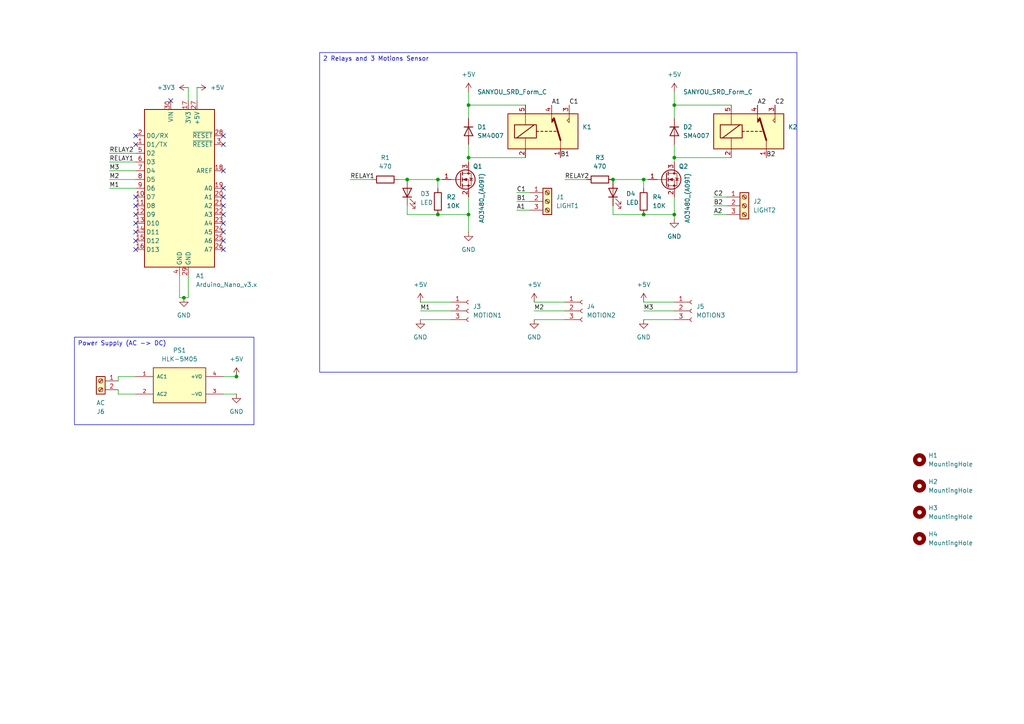
<source format=kicad_sch>
(kicad_sch (version 20231120) (generator "eeschema") (generator_version "8.0")
  (paper "A4")
  (lib_symbols
    (symbol "Connector:Conn_01x03_Socket" (pin_names (offset 1.016) hide)
      (property "Reference" "J" (at 0 5.08 0))
      (property "Value" "Conn_01x03_Socket" (at 0 -5.08 0))
      (symbol "Conn_01x03_Socket_1_1"
        (arc (start 0 -2.032) (mid -0.5058 -2.54) (end 0 -3.048) (stroke (width 0.1524)))
        (polyline (pts (xy -1.27 -2.54) (xy -0.508 -2.54)) (stroke (width 0.1524)))
        (polyline (pts (xy -1.27 0) (xy -0.508 0)) (stroke (width 0.1524)))
        (polyline (pts (xy -1.27 2.54) (xy -0.508 2.54)) (stroke (width 0.1524)))
        (arc (start 0 0.508) (mid -0.5058 0) (end 0 -0.508) (stroke (width 0.1524)))
        (arc (start 0 3.048) (mid -0.5058 2.54) (end 0 2.032) (stroke (width 0.1524)))
        (pin passive line (at -5.08 2.54 0) (length 3.81) (name "Pin_1") (number "1"))
        (pin passive line (at -5.08 0 0) (length 3.81) (name "Pin_2") (number "2"))
        (pin passive line (at -5.08 -2.54 0) (length 3.81) (name "Pin_3") (number "3"))
      )
    )
    (symbol "Connector:Screw_Terminal_01x02" (pin_names (offset 1.016) hide)
      (property "Reference" "J" (at 0 2.54 0))
      (property "Value" "Screw_Terminal_01x02" (at 0 -5.08 0))
      (symbol "Screw_Terminal_01x02_1_1"
        (rectangle (start -1.27 1.27) (end 1.27 -3.81) (stroke (width 0.254)) (fill (type background)))
        (circle (center 0 -2.54) (radius 0.635) (stroke (width 0.1524)))
        (polyline (pts (xy -0.5334 -2.2098) (xy 0.3302 -3.048)) (stroke (width 0.1524)))
        (polyline (pts (xy -0.5334 0.3302) (xy 0.3302 -0.508)) (stroke (width 0.1524)))
        (polyline (pts (xy -0.3556 -2.032) (xy 0.508 -2.8702)) (stroke (width 0.1524)))
        (polyline (pts (xy -0.3556 0.508) (xy 0.508 -0.3302)) (stroke (width 0.1524)))
        (circle (center 0 0) (radius 0.635) (stroke (width 0.1524)))
        (pin passive line (at -5.08 0 0) (length 3.81) (name "Pin_1") (number "1"))
        (pin passive line (at -5.08 -2.54 0) (length 3.81) (name "Pin_2") (number "2"))
      )
    )
    (symbol "Connector:Screw_Terminal_01x03" (pin_names (offset 1.016) hide)
      (property "Reference" "J" (at 0 5.08 0))
      (property "Value" "Screw_Terminal_01x03" (at 0 -5.08 0))
      (symbol "Screw_Terminal_01x03_1_1"
        (rectangle (start -1.27 3.81) (end 1.27 -3.81) (stroke (width 0.254)) (fill (type background)))
        (circle (center 0 -2.54) (radius 0.635) (stroke (width 0.1524)))
        (polyline (pts (xy -0.5334 -2.2098) (xy 0.3302 -3.048)) (stroke (width 0.1524)))
        (polyline (pts (xy -0.5334 0.3302) (xy 0.3302 -0.508)) (stroke (width 0.1524)))
        (polyline (pts (xy -0.5334 2.8702) (xy 0.3302 2.032)) (stroke (width 0.1524)))
        (polyline (pts (xy -0.3556 -2.032) (xy 0.508 -2.8702)) (stroke (width 0.1524)))
        (polyline (pts (xy -0.3556 0.508) (xy 0.508 -0.3302)) (stroke (width 0.1524)))
        (polyline (pts (xy -0.3556 3.048) (xy 0.508 2.2098)) (stroke (width 0.1524)))
        (circle (center 0 0) (radius 0.635) (stroke (width 0.1524)))
        (circle (center 0 2.54) (radius 0.635) (stroke (width 0.1524)))
        (pin passive line (at -5.08 2.54 0) (length 3.81) (name "Pin_1") (number "1"))
        (pin passive line (at -5.08 0 0) (length 3.81) (name "Pin_2") (number "2"))
        (pin passive line (at -5.08 -2.54 0) (length 3.81) (name "Pin_3") (number "3"))
      )
    )
    (symbol "Device:D" (pin_numbers hide) (pin_names (offset 1.016) hide)
      (property "Reference" "D" (at 0 2.54 0))
      (property "Value" "D" (at 0 -2.54 0))
      (symbol "D_0_1"
        (polyline (pts (xy -1.27 1.27) (xy -1.27 -1.27)) (stroke (width 0.254)))
        (polyline (pts (xy 1.27 0) (xy -1.27 0)))
        (polyline (pts (xy 1.27 1.27) (xy 1.27 -1.27) (xy -1.27 0) (xy 1.27 1.27)) (stroke (width 0.254)))
      )
      (symbol "D_1_1"
        (pin passive line (at -3.81 0 0) (length 2.54) (name "K") (number "1"))
        (pin passive line (at 3.81 0 180) (length 2.54) (name "A") (number "2"))
      )
    )
    (symbol "Device:LED" (pin_numbers hide) (pin_names (offset 1.016) hide)
      (property "Reference" "D" (at 0 2.54 0))
      (property "Value" "LED" (at 0 -2.54 0))
      (symbol "LED_0_1"
        (polyline (pts (xy -1.27 -1.27) (xy -1.27 1.27)) (stroke (width 0.254)))
        (polyline (pts (xy -1.27 0) (xy 1.27 0)))
        (polyline (pts (xy 1.27 -1.27) (xy 1.27 1.27) (xy -1.27 0) (xy 1.27 -1.27)) (stroke (width 0.254)))
        (polyline (pts (xy -3.048 -0.762) (xy -4.572 -2.286) (xy -3.81 -2.286) (xy -4.572 -2.286) (xy -4.572 -1.524)))
        (polyline (pts (xy -1.778 -0.762) (xy -3.302 -2.286) (xy -2.54 -2.286) (xy -3.302 -2.286) (xy -3.302 -1.524)))
      )
      (symbol "LED_1_1"
        (pin passive line (at -3.81 0 0) (length 2.54) (name "K") (number "1"))
        (pin passive line (at 3.81 0 180) (length 2.54) (name "A") (number "2"))
      )
    )
    (symbol "Device:R" (pin_numbers hide) (pin_names (offset 0))
      (property "Reference" "R" (at 2.032 0 90))
      (property "Value" "R" (at 0 0 90))
      (symbol "R_0_1"
        (rectangle (start -1.016 -2.54) (end 1.016 2.54) (stroke (width 0.254)))
      )
      (symbol "R_1_1"
        (pin passive line (at 0 3.81 270) (length 1.27) (name "~") (number "1"))
        (pin passive line (at 0 -3.81 90) (length 1.27) (name "~") (number "2"))
      )
    )
    (symbol "GND_2" (power) (pin_numbers hide) (pin_names (offset 0) hide)
      (property "Value" "GND" (at 0 -3.81 0))
      (symbol "GND_2_0_1"
        (polyline (pts (xy 0 0) (xy 0 -1.27) (xy 1.27 -1.27) (xy 0 -2.54) (xy -1.27 -1.27) (xy 0 -1.27)))
      )
      (symbol "GND_2_1_1"
        (pin power_in line (at 0 0 270) (length 0) (name "~") (number "1"))
      )
    )
    (symbol "HLK-5M05:HLK-5M05" (pin_names (offset 1.016))
      (property "Reference" "PS" (at -7.62 6.35 0))
      (property "Value" "HLK-5M05" (at -7.62 -7.62 0))
      (symbol "HLK-5M05_0_0"
        (rectangle (start -7.62 -5.08) (end 7.62 5.08) (stroke (width 0.2)) (fill (type background)))
        (pin input line (at -12.7 2.54 0) (length 5.08) (name "AC1") (number "1"))
        (pin input line (at -12.7 -2.54 0) (length 5.08) (name "AC2") (number "2"))
        (pin output line (at 12.7 -2.54 180) (length 5.08) (name "-VO") (number "3"))
        (pin output line (at 12.7 2.54 180) (length 5.08) (name "+VO") (number "4"))
      )
    )
    (symbol "MCU_Module:Arduino_Nano_v3.x"
      (property "Reference" "A" (at -10.16 23.495 0))
      (property "Value" "Arduino_Nano_v3.x" (at 5.08 -24.13 0))
      (symbol "Arduino_Nano_v3.x_0_1"
        (rectangle (start -10.16 22.86) (end 10.16 -22.86) (stroke (width 0.254)) (fill (type background)))
      )
      (symbol "Arduino_Nano_v3.x_1_1"
        (pin bidirectional line (at -12.7 12.7 0) (length 2.54) (name "D1/TX") (number "1"))
        (pin bidirectional line (at -12.7 -2.54 0) (length 2.54) (name "D7") (number "10"))
        (pin bidirectional line (at -12.7 -5.08 0) (length 2.54) (name "D8") (number "11"))
        (pin bidirectional line (at -12.7 -7.62 0) (length 2.54) (name "D9") (number "12"))
        (pin bidirectional line (at -12.7 -10.16 0) (length 2.54) (name "D10") (number "13"))
        (pin bidirectional line (at -12.7 -12.7 0) (length 2.54) (name "D11") (number "14"))
        (pin bidirectional line (at -12.7 -15.24 0) (length 2.54) (name "D12") (number "15"))
        (pin bidirectional line (at -12.7 -17.78 0) (length 2.54) (name "D13") (number "16"))
        (pin power_out line (at 2.54 25.4 270) (length 2.54) (name "3V3") (number "17"))
        (pin input line (at 12.7 5.08 180) (length 2.54) (name "AREF") (number "18"))
        (pin bidirectional line (at 12.7 0 180) (length 2.54) (name "A0") (number "19"))
        (pin bidirectional line (at -12.7 15.24 0) (length 2.54) (name "D0/RX") (number "2"))
        (pin bidirectional line (at 12.7 -2.54 180) (length 2.54) (name "A1") (number "20"))
        (pin bidirectional line (at 12.7 -5.08 180) (length 2.54) (name "A2") (number "21"))
        (pin bidirectional line (at 12.7 -7.62 180) (length 2.54) (name "A3") (number "22"))
        (pin bidirectional line (at 12.7 -10.16 180) (length 2.54) (name "A4") (number "23"))
        (pin bidirectional line (at 12.7 -12.7 180) (length 2.54) (name "A5") (number "24"))
        (pin bidirectional line (at 12.7 -15.24 180) (length 2.54) (name "A6") (number "25"))
        (pin bidirectional line (at 12.7 -17.78 180) (length 2.54) (name "A7") (number "26"))
        (pin power_out line (at 5.08 25.4 270) (length 2.54) (name "+5V") (number "27"))
        (pin input line (at 12.7 15.24 180) (length 2.54) (name "~{RESET}") (number "28"))
        (pin power_in line (at 2.54 -25.4 90) (length 2.54) (name "GND") (number "29"))
        (pin input line (at 12.7 12.7 180) (length 2.54) (name "~{RESET}") (number "3"))
        (pin power_in line (at -2.54 25.4 270) (length 2.54) (name "VIN") (number "30"))
        (pin power_in line (at 0 -25.4 90) (length 2.54) (name "GND") (number "4"))
        (pin bidirectional line (at -12.7 10.16 0) (length 2.54) (name "D2") (number "5"))
        (pin bidirectional line (at -12.7 7.62 0) (length 2.54) (name "D3") (number "6"))
        (pin bidirectional line (at -12.7 5.08 0) (length 2.54) (name "D4") (number "7"))
        (pin bidirectional line (at -12.7 2.54 0) (length 2.54) (name "D5") (number "8"))
        (pin bidirectional line (at -12.7 0 0) (length 2.54) (name "D6") (number "9"))
      )
    )
    (symbol "Mechanical:MountingHole" (pin_names (offset 1.016)) (exclude_from_sim yes) (in_bom no)
      (property "Reference" "H" (at 0 5.08 0))
      (property "Value" "MountingHole" (at 0 3.175 0))
      (symbol "MountingHole_0_1"
        (circle (center 0 0) (radius 1.27) (stroke (width 1.27)))
      )
    )
    (symbol "Relay:SANYOU_SRD_Form_C"
      (property "Reference" "K" (at 11.43 3.81 0))
      (property "Value" "SANYOU_SRD_Form_C" (at 11.43 1.27 0))
      (symbol "SANYOU_SRD_Form_C_0_0"
        (polyline (pts (xy 7.62 5.08) (xy 7.62 2.54) (xy 6.985 3.175) (xy 7.62 3.81)))
      )
      (symbol "SANYOU_SRD_Form_C_0_1"
        (rectangle (start -10.16 5.08) (end 10.16 -5.08) (stroke (width 0.254)) (fill (type background)))
        (rectangle (start -8.255 1.905) (end -1.905 -1.905) (stroke (width 0.254)))
        (polyline (pts (xy -7.62 -1.905) (xy -2.54 1.905)) (stroke (width 0.254)))
        (polyline (pts (xy -5.08 -5.08) (xy -5.08 -1.905)))
        (polyline (pts (xy -5.08 5.08) (xy -5.08 1.905)))
        (polyline (pts (xy -1.905 0) (xy -1.27 0)) (stroke (width 0.254)))
        (polyline (pts (xy -0.635 0) (xy 0 0)) (stroke (width 0.254)))
        (polyline (pts (xy 0.635 0) (xy 1.27 0)) (stroke (width 0.254)))
        (polyline (pts (xy 1.905 0) (xy 2.54 0)) (stroke (width 0.254)))
        (polyline (pts (xy 3.175 0) (xy 3.81 0)) (stroke (width 0.254)))
        (polyline (pts (xy 5.08 -2.54) (xy 3.175 3.81)) (stroke (width 0.508)))
        (polyline (pts (xy 5.08 -2.54) (xy 5.08 -5.08)))
      )
      (symbol "SANYOU_SRD_Form_C_1_1"
        (polyline (pts (xy 2.54 3.81) (xy 3.175 3.175) (xy 2.54 2.54) (xy 2.54 5.08)) (fill (type outline)))
        (pin passive line (at 5.08 -7.62 90) (length 2.54) (name "~") (number "1"))
        (pin passive line (at -5.08 -7.62 90) (length 2.54) (name "~") (number "2"))
        (pin passive line (at 7.62 7.62 270) (length 2.54) (name "~") (number "3"))
        (pin passive line (at 2.54 7.62 270) (length 2.54) (name "~") (number "4"))
        (pin passive line (at -5.08 7.62 270) (length 2.54) (name "~") (number "5"))
      )
    )
    (symbol "Transistor_FET:AO3400A" (pin_names hide)
      (property "Reference" "Q" (at 5.08 1.905 0))
      (property "Value" "AO3400A" (at 5.08 0 0))
      (symbol "AO3400A_0_1"
        (polyline (pts (xy 0.254 0) (xy -2.54 0)))
        (polyline (pts (xy 0.254 1.905) (xy 0.254 -1.905)) (stroke (width 0.254)))
        (polyline (pts (xy 0.762 -1.27) (xy 0.762 -2.286)) (stroke (width 0.254)))
        (polyline (pts (xy 0.762 0.508) (xy 0.762 -0.508)) (stroke (width 0.254)))
        (polyline (pts (xy 0.762 2.286) (xy 0.762 1.27)) (stroke (width 0.254)))
        (polyline (pts (xy 2.54 2.54) (xy 2.54 1.778)))
        (polyline (pts (xy 2.54 -2.54) (xy 2.54 0) (xy 0.762 0)))
        (polyline (pts (xy 0.762 -1.778) (xy 3.302 -1.778) (xy 3.302 1.778) (xy 0.762 1.778)))
        (polyline (pts (xy 1.016 0) (xy 2.032 0.381) (xy 2.032 -0.381) (xy 1.016 0)) (fill (type outline)))
        (polyline (pts (xy 2.794 0.508) (xy 2.921 0.381) (xy 3.683 0.381) (xy 3.81 0.254)))
        (polyline (pts (xy 3.302 0.381) (xy 2.921 -0.254) (xy 3.683 -0.254) (xy 3.302 0.381)))
        (circle (center 1.651 0) (radius 2.794) (stroke (width 0.254)))
        (circle (center 2.54 -1.778) (radius 0.254) (fill (type outline)))
        (circle (center 2.54 1.778) (radius 0.254) (fill (type outline)))
      )
      (symbol "AO3400A_1_1"
        (pin input line (at -5.08 0 0) (length 2.54) (name "G") (number "1"))
        (pin passive line (at 2.54 -5.08 90) (length 2.54) (name "S") (number "2"))
        (pin passive line (at 2.54 5.08 270) (length 2.54) (name "D") (number "3"))
      )
    )
    (symbol "power:+3V3" (power) (pin_numbers hide) (pin_names (offset 0) hide)
      (property "Value" "+3V3" (at 0 3.556 0))
      (symbol "+3V3_0_1"
        (polyline (pts (xy -0.762 1.27) (xy 0 2.54)))
        (polyline (pts (xy 0 0) (xy 0 2.54)))
        (polyline (pts (xy 0 2.54) (xy 0.762 1.27)))
      )
      (symbol "+3V3_1_1"
        (pin power_in line (at 0 0 90) (length 0) (name "~") (number "1"))
      )
    )
    (symbol "power:+5V" (power) (pin_numbers hide) (pin_names (offset 0) hide)
      (property "Value" "+5V" (at 0 3.556 0))
      (symbol "+5V_0_1"
        (polyline (pts (xy -0.762 1.27) (xy 0 2.54)))
        (polyline (pts (xy 0 0) (xy 0 2.54)))
        (polyline (pts (xy 0 2.54) (xy 0.762 1.27)))
      )
      (symbol "+5V_1_1"
        (pin power_in line (at 0 0 90) (length 0) (name "~") (number "1"))
      )
    )
    (symbol "power:GND" (power) (pin_numbers hide) (pin_names (offset 0) hide)
      (property "Value" "GND" (at 0 -3.81 0))
      (symbol "GND_0_1"
        (polyline (pts (xy 0 0) (xy 0 -1.27) (xy 1.27 -1.27) (xy 0 -2.54) (xy -1.27 -1.27) (xy 0 -1.27)))
      )
      (symbol "GND_1_1"
        (pin power_in line (at 0 0 270) (length 0) (name "~") (number "1"))
      )
    )
  )
  (junction (at 135.89 45.72))
  (junction (at 135.89 62.23))
  (junction (at 135.89 30.48))
  (junction (at 127 62.23))
  (junction (at 186.69 52.07))
  (junction (at 53.34 86.36))
  (junction (at 127 52.07))
  (junction (at 118.11 52.07))
  (junction (at 186.69 62.23))
  (junction (at 177.8 52.07))
  (junction (at 68.58 109.22))
  (junction (at 195.58 45.72))
  (junction (at 195.58 30.48))
  (junction (at 195.58 62.23))
  (no_connect (at 39.37 41.91))
  (no_connect (at 64.77 72.39))
  (no_connect (at 39.37 67.31))
  (no_connect (at 39.37 39.37))
  (no_connect (at 64.77 54.61))
  (no_connect (at 39.37 57.15))
  (no_connect (at 64.77 49.53))
  (no_connect (at 39.37 59.69))
  (no_connect (at 39.37 64.77))
  (no_connect (at 64.77 41.91))
  (no_connect (at 39.37 62.23))
  (no_connect (at 64.77 67.31))
  (no_connect (at 49.53 29.21))
  (no_connect (at 64.77 62.23))
  (no_connect (at 64.77 39.37))
  (no_connect (at 64.77 64.77))
  (no_connect (at 39.37 69.85))
  (no_connect (at 64.77 57.15))
  (no_connect (at 64.77 59.69))
  (no_connect (at 39.37 72.39))
  (no_connect (at 64.77 69.85))
  (wire (pts (xy 135.89 41.91) (xy 135.89 45.72)))
  (wire (pts (xy 195.58 26.67) (xy 195.58 30.48)))
  (wire (pts (xy 121.92 92.71) (xy 130.81 92.71)))
  (wire (pts (xy 135.89 30.48) (xy 135.89 34.29)))
  (wire (pts (xy 154.94 92.71) (xy 163.83 92.71)))
  (wire (pts (xy 149.86 55.88) (xy 153.67 55.88)))
  (wire (pts (xy 135.89 57.15) (xy 135.89 62.23)))
  (wire (pts (xy 118.11 62.23) (xy 127 62.23)))
  (wire (pts (xy 34.29 113.03) (xy 34.29 114.3)))
  (wire (pts (xy 115.57 52.07) (xy 118.11 52.07)))
  (wire (pts (xy 121.92 90.17) (xy 130.81 90.17)))
  (wire (pts (xy 118.11 52.07) (xy 127 52.07)))
  (wire (pts (xy 195.58 45.72) (xy 195.58 46.99)))
  (wire (pts (xy 207.01 62.23) (xy 210.82 62.23)))
  (wire (pts (xy 127 62.23) (xy 135.89 62.23)))
  (wire (pts (xy 186.69 87.63) (xy 195.58 87.63)))
  (wire (pts (xy 186.69 52.07) (xy 186.69 54.61)))
  (wire (pts (xy 31.75 46.99) (xy 39.37 46.99)))
  (wire (pts (xy 121.92 87.63) (xy 130.81 87.63)))
  (wire (pts (xy 68.58 107.95) (xy 68.58 109.22)))
  (wire (pts (xy 186.69 90.17) (xy 195.58 90.17)))
  (wire (pts (xy 53.34 86.36) (xy 52.07 86.36)))
  (wire (pts (xy 207.01 57.15) (xy 210.82 57.15)))
  (wire (pts (xy 154.94 90.17) (xy 163.83 90.17)))
  (wire (pts (xy 152.4 45.72) (xy 135.89 45.72)))
  (wire (pts (xy 34.29 110.49) (xy 34.29 109.22)))
  (wire (pts (xy 101.6 52.07) (xy 107.95 52.07)))
  (wire (pts (xy 177.8 59.69) (xy 177.8 62.23)))
  (wire (pts (xy 135.89 62.23) (xy 135.89 67.31)))
  (wire (pts (xy 34.29 114.3) (xy 39.37 114.3)))
  (wire (pts (xy 195.58 41.91) (xy 195.58 45.72)))
  (wire (pts (xy 186.69 62.23) (xy 195.58 62.23)))
  (wire (pts (xy 195.58 57.15) (xy 195.58 62.23)))
  (wire (pts (xy 52.07 86.36) (xy 52.07 80.01)))
  (wire (pts (xy 127 52.07) (xy 128.27 52.07)))
  (wire (pts (xy 195.58 30.48) (xy 195.58 34.29)))
  (wire (pts (xy 195.58 62.23) (xy 195.58 63.5)))
  (wire (pts (xy 118.11 59.69) (xy 118.11 62.23)))
  (wire (pts (xy 186.69 52.07) (xy 187.96 52.07)))
  (wire (pts (xy 212.09 45.72) (xy 195.58 45.72)))
  (wire (pts (xy 177.8 62.23) (xy 186.69 62.23)))
  (wire (pts (xy 54.61 25.4) (xy 54.61 29.21)))
  (wire (pts (xy 135.89 45.72) (xy 135.89 46.99)))
  (wire (pts (xy 31.75 49.53) (xy 39.37 49.53)))
  (wire (pts (xy 127 52.07) (xy 127 54.61)))
  (wire (pts (xy 149.86 58.42) (xy 153.67 58.42)))
  (wire (pts (xy 54.61 86.36) (xy 53.34 86.36)))
  (wire (pts (xy 31.75 52.07) (xy 39.37 52.07)))
  (wire (pts (xy 152.4 30.48) (xy 135.89 30.48)))
  (wire (pts (xy 154.94 87.63) (xy 163.83 87.63)))
  (wire (pts (xy 31.75 44.45) (xy 39.37 44.45)))
  (wire (pts (xy 68.58 109.22) (xy 64.77 109.22)))
  (wire (pts (xy 34.29 109.22) (xy 39.37 109.22)))
  (wire (pts (xy 57.15 25.4) (xy 57.15 29.21)))
  (wire (pts (xy 135.89 26.67) (xy 135.89 30.48)))
  (wire (pts (xy 186.69 92.71) (xy 195.58 92.71)))
  (wire (pts (xy 177.8 52.07) (xy 186.69 52.07)))
  (wire (pts (xy 149.86 60.96) (xy 153.67 60.96)))
  (wire (pts (xy 163.83 52.07) (xy 170.18 52.07)))
  (wire (pts (xy 31.75 54.61) (xy 39.37 54.61)))
  (wire (pts (xy 54.61 80.01) (xy 54.61 86.36)))
  (wire (pts (xy 207.01 59.69) (xy 210.82 59.69)))
  (wire (pts (xy 212.09 30.48) (xy 195.58 30.48)))
  (wire (pts (xy 64.77 114.3) (xy 68.58 114.3)))
  (text_box "2 Relays and 3 Motions Sensor" (at 92.71 15.24 0) (size 138.43 92.71) (effects (font (size 1.27 1.27)) (justify left top)))
  (text_box "Power Supply (AC -> DC)" (at 21.59 97.79 0) (size 52.07 25.4) (effects (font (size 1.27 1.27)) (justify left top)))
  (label "B1" (at 149.86 58.42 0))
  (label "M2" (at 31.75 52.07 0))
  (label "C2" (at 207.01 57.15 0))
  (label "M3" (at 186.69 90.17 0))
  (label "A2" (at 219.71 30.48 0))
  (label "C1" (at 149.86 55.88 0))
  (label "B2" (at 207.01 59.69 0))
  (label "M2" (at 154.94 90.17 0))
  (label "M1" (at 121.92 90.17 0))
  (label "B2" (at 222.25 45.72 0))
  (label "M3" (at 31.75 49.53 0))
  (label "RELAY1" (at 101.6 52.07 0))
  (label "RELAY2" (at 163.83 52.07 0))
  (label "A1" (at 149.86 60.96 0))
  (label "A1" (at 160.02 30.48 0))
  (label "C1" (at 165.1 30.48 0))
  (label "C2" (at 224.79 30.48 0))
  (label "M1" (at 31.75 54.61 0))
  (label "RELAY1" (at 31.75 46.99 0))
  (label "A2" (at 207.01 62.23 0))
  (label "B1" (at 162.56 45.72 0))
  (label "RELAY2" (at 31.75 44.45 0))
  (symbol (lib_id "Device:LED") (at 118.11 55.88 90) (unit 1)
    (property "Reference" "D3" (at 121.92 56.1974 90) (effects (justify right)))
    (property "Value" "LED" (at 121.92 58.7374 90) (effects (justify right)))
    (property "Footprint" "LED_SMD:LED_0603_1608Metric" (effects (hide yes)))
    (property "Description" "Light emitting diode" (effects (hide yes)))
  )
  (symbol (lib_id "Device:D") (at 195.58 38.1 270) (unit 1)
    (property "Reference" "D2" (at 198.12 36.83 90) (effects (justify left)))
    (property "Value" "SM4007" (at 198.12 39.37 90) (effects (justify left)))
    (property "Footprint" "Diode_SMD:D_SMA" (effects (hide yes)))
    (property "Sim.Device" "D" (effects (hide yes)))
    (property "Sim.Pins" "1=K 2=A" (effects (hide yes)))
  )
  (symbol (lib_id "Device:R") (at 173.99 52.07 90) (unit 1)
    (property "Reference" "R3" (at 173.99 45.72 90))
    (property "Value" "470" (at 173.99 48.26 90))
    (property "Footprint" "Resistor_SMD:R_0603_1608Metric" (effects (hide yes)))
  )
  (symbol (lib_id "power:GND") (at 186.69 92.71 0) (unit 1)
    (property "Reference" "#PWR013" (effects (hide yes)))
    (property "Value" "GND" (at 186.69 97.79 0))
    (property "Description" "Power symbol creates a global label with name \"GND\" , ground" (effects (hide yes)))
  )
  (symbol (lib_id "power:+5V") (at 154.94 87.63 0) (unit 1)
    (property "Reference" "#PWR010" (effects (hide yes)))
    (property "Value" "+5V" (at 154.94 82.55 0))
    (property "Description" "Power symbol creates a global label with name \"+5V\"" (effects (hide yes)))
  )
  (symbol (lib_id "power:+5V") (at 186.69 87.63 0) (unit 1)
    (property "Reference" "#PWR012" (effects (hide yes)))
    (property "Value" "+5V" (at 186.69 82.55 0))
    (property "Description" "Power symbol creates a global label with name \"+5V\"" (effects (hide yes)))
  )
  (symbol (lib_name "GND_2") (lib_id "power:GND") (at 68.58 114.3 0) (unit 1)
    (property "Reference" "#PWR015" (effects (hide yes)))
    (property "Value" "GND" (at 68.58 119.38 0))
    (property "Description" "Power symbol creates a global label with name \"GND\" , ground" (effects (hide yes)))
  )
  (symbol (lib_id "Connector:Conn_01x03_Socket") (at 135.89 90.17 0) (unit 1)
    (property "Reference" "J3" (at 137.16 88.8999 0) (effects (justify left)))
    (property "Value" "MOTION1" (at 137.16 91.4399 0) (effects (justify left)))
    (property "Footprint" "Connector_JST:JST_XH_B3B-XH-A_1x03_P2.50mm_Vertical" (effects (hide yes)))
    (property "Description" "Generic connector, single row, 01x03, script generated" (effects (hide yes)))
  )
  (symbol (lib_id "power:GND") (at 53.34 86.36 0) (unit 1)
    (property "Reference" "#PWR014" (effects (hide yes)))
    (property "Value" "GND" (at 53.34 91.44 0))
    (property "Description" "Power symbol creates a global label with name \"GND\" , ground" (effects (hide yes)))
  )
  (symbol (lib_id "power:GND") (at 154.94 92.71 0) (unit 1)
    (property "Reference" "#PWR011" (effects (hide yes)))
    (property "Value" "GND" (at 154.94 97.79 0))
    (property "Description" "Power symbol creates a global label with name \"GND\" , ground" (effects (hide yes)))
  )
  (symbol (lib_id "power:+5V") (at 195.58 26.67 0) (mirror y) (unit 1)
    (property "Reference" "#PWR06" (effects (hide yes)))
    (property "Value" "+5V" (at 195.58 21.59 0))
    (property "Description" "Power symbol creates a global label with name \"+5V\"" (effects (hide yes)))
  )
  (symbol (lib_id "Mechanical:MountingHole") (at 266.7 148.59 0) (unit 1) (exclude_from_sim yes) (in_bom no)
    (property "Reference" "H3" (at 269.24 147.3199 0) (effects (justify left)))
    (property "Value" "MountingHole" (at 269.24 149.8599 0) (effects (justify left)))
    (property "Footprint" "MountingHole:MountingHole_3.2mm_M3_DIN965_Pad" (effects (hide yes)))
    (property "Description" "Mounting Hole without connection" (effects (hide yes)))
  )
  (symbol (lib_id "HLK-5M05:HLK-5M05") (at 52.07 111.76 0) (unit 1)
    (property "Reference" "PS1" (at 52.07 101.6 0))
    (property "Value" "HLK-5M05" (at 52.07 104.14 0))
    (property "Footprint" "KiCad:CONV_HLK-5M05" (effects (hide yes)))
    (property "MF" "Hi-link" (effects (hide yes)))
    (property "Description_1" "\n" (effects (hide yes)))
    (property "Package" "Package" (effects (hide yes)))
    (property "Price" "None" (effects (hide yes)))
    (property "Check_prices" "https://www.snapeda.com/parts/HLK-5M05/Hi-link/view-part/?ref=eda" (effects (hide yes)))
    (property "STANDARD" "Manufacturer Recommendations" (effects (hide yes)))
    (property "PARTREV" "N/A" (effects (hide yes)))
    (property "SnapEDA_Link" "https://www.snapeda.com/parts/HLK-5M05/Hi-link/view-part/?ref=snap" (effects (hide yes)))
    (property "MP" "HLK-5M05" (effects (hide yes)))
    (property "Availability" "Not in stock" (effects (hide yes)))
    (property "MANUFACTURER" "HI-LINK" (effects (hide yes)))
  )
  (symbol (lib_id "Mechanical:MountingHole") (at 266.7 133.35 0) (unit 1) (exclude_from_sim yes) (in_bom no)
    (property "Reference" "H1" (at 269.24 132.0799 0) (effects (justify left)))
    (property "Value" "MountingHole" (at 269.24 134.6199 0) (effects (justify left)))
    (property "Footprint" "MountingHole:MountingHole_3.2mm_M3_DIN965_Pad" (effects (hide yes)))
    (property "Description" "Mounting Hole without connection" (effects (hide yes)))
  )
  (symbol (lib_id "power:GND") (at 121.92 92.71 0) (unit 1)
    (property "Reference" "#PWR09" (effects (hide yes)))
    (property "Value" "GND" (at 121.92 97.79 0))
    (property "Description" "Power symbol creates a global label with name \"GND\" , ground" (effects (hide yes)))
  )
  (symbol (lib_id "MCU_Module:Arduino_Nano_v3.x") (at 52.07 54.61 0) (unit 1)
    (property "Reference" "A1" (at 56.8041 80.01 0) (effects (justify left)))
    (property "Value" "Arduino_Nano_v3.x" (at 56.8041 82.55 0) (effects (justify left)))
    (property "Footprint" "Module:Arduino_Nano" (effects (hide yes)))
    (property "Datasheet" "http://www.mouser.com/pdfdocs/Gravitech_Arduino_Nano3_0.pdf" (effects (hide yes)))
    (property "Description" "Arduino Nano v3.x" (effects (hide yes)))
  )
  (symbol (lib_id "Connector:Conn_01x03_Socket") (at 168.91 90.17 0) (unit 1)
    (property "Reference" "J4" (at 170.18 88.8999 0) (effects (justify left)))
    (property "Value" "MOTION2" (at 170.18 91.4399 0) (effects (justify left)))
    (property "Footprint" "Connector_JST:JST_XH_B3B-XH-A_1x03_P2.50mm_Vertical" (effects (hide yes)))
    (property "Description" "Generic connector, single row, 01x03, script generated" (effects (hide yes)))
  )
  (symbol (lib_id "Device:LED") (at 177.8 55.88 90) (unit 1)
    (property "Reference" "D4" (at 181.61 56.1974 90) (effects (justify right)))
    (property "Value" "LED" (at 181.61 58.7374 90) (effects (justify right)))
    (property "Footprint" "LED_SMD:LED_0603_1608Metric" (effects (hide yes)))
    (property "Description" "Light emitting diode" (effects (hide yes)))
  )
  (symbol (lib_id "power:+5V") (at 57.15 25.4 270) (unit 1)
    (property "Reference" "#PWR03" (effects (hide yes)))
    (property "Value" "+5V" (at 60.96 25.3999 90) (effects (justify left)))
    (property "Description" "Power symbol creates a global label with name \"+5V\"" (effects (hide yes)))
  )
  (symbol (lib_id "Mechanical:MountingHole") (at 266.7 140.97 0) (unit 1) (exclude_from_sim yes) (in_bom no)
    (property "Reference" "H2" (at 269.24 139.6999 0) (effects (justify left)))
    (property "Value" "MountingHole" (at 269.24 142.2399 0) (effects (justify left)))
    (property "Footprint" "MountingHole:MountingHole_3.2mm_M3_DIN965_Pad" (effects (hide yes)))
    (property "Description" "Mounting Hole without connection" (effects (hide yes)))
  )
  (symbol (lib_id "Mechanical:MountingHole") (at 266.7 156.21 0) (unit 1) (exclude_from_sim yes) (in_bom no)
    (property "Reference" "H4" (at 269.24 154.9399 0) (effects (justify left)))
    (property "Value" "MountingHole" (at 269.24 157.4799 0) (effects (justify left)))
    (property "Footprint" "MountingHole:MountingHole_3.2mm_M3_DIN965_Pad" (effects (hide yes)))
    (property "Description" "Mounting Hole without connection" (effects (hide yes)))
  )
  (symbol (lib_id "power:+5V") (at 121.92 87.63 0) (unit 1)
    (property "Reference" "#PWR08" (effects (hide yes)))
    (property "Value" "+5V" (at 121.92 82.55 0))
    (property "Description" "Power symbol creates a global label with name \"+5V\"" (effects (hide yes)))
  )
  (symbol (lib_id "Device:R") (at 111.76 52.07 90) (unit 1)
    (property "Reference" "R1" (at 111.76 45.72 90))
    (property "Value" "470" (at 111.76 48.26 90))
    (property "Footprint" "Resistor_SMD:R_0603_1608Metric" (effects (hide yes)))
  )
  (symbol (lib_id "power:+3V3") (at 54.61 25.4 90) (unit 1)
    (property "Reference" "#PWR02" (effects (hide yes)))
    (property "Value" "+3V3" (at 50.8 25.3999 90) (effects (justify left)))
    (property "Description" "Power symbol creates a global label with name \"+3V3\"" (effects (hide yes)))
  )
  (symbol (lib_id "power:+5V") (at 68.58 109.22 0) (unit 1)
    (property "Reference" "#PWR01" (effects (hide yes)))
    (property "Value" "+5V" (at 68.58 104.14 0))
    (property "Description" "Power symbol creates a global label with name \"+5V\"" (effects (hide yes)))
  )
  (symbol (lib_id "Connector:Conn_01x03_Socket") (at 200.66 90.17 0) (unit 1)
    (property "Reference" "J5" (at 201.93 88.8999 0) (effects (justify left)))
    (property "Value" "MOTION3" (at 201.93 91.4399 0) (effects (justify left)))
    (property "Footprint" "Connector_JST:JST_XH_B3B-XH-A_1x03_P2.50mm_Vertical" (effects (hide yes)))
    (property "Description" "Generic connector, single row, 01x03, script generated" (effects (hide yes)))
  )
  (symbol (lib_id "Transistor_FET:AO3400A") (at 193.04 52.07 0) (unit 1)
    (property "Reference" "Q2" (at 196.85 48.26 0) (effects (justify left)))
    (property "Value" "AO3480_(A09T)" (at 199.39 64.77 90) (effects (justify left)))
    (property "Footprint" "Package_TO_SOT_SMD:SOT-23" (effects (hide yes)))
    (property "Datasheet" "http://www.aosmd.com/pdfs/datasheet/AO3400A.pdf" (effects (hide yes)))
  )
  (symbol (lib_id "power:GND") (at 195.58 63.5 0) (unit 1)
    (property "Reference" "#PWR07" (effects (hide yes)))
    (property "Value" "GND" (at 195.58 68.58 0))
  )
  (symbol (lib_id "Device:R") (at 186.69 58.42 180) (unit 1)
    (property "Reference" "R4" (at 189.23 57.15 0) (effects (justify right)))
    (property "Value" "10K" (at 189.23 59.69 0) (effects (justify right)))
    (property "Footprint" "Resistor_SMD:R_0603_1608Metric" (effects (hide yes)))
  )
  (symbol (lib_id "Relay:SANYOU_SRD_Form_C") (at 157.48 38.1 0) (unit 1)
    (property "Reference" "K1" (at 168.91 36.83 0) (effects (justify left)))
    (property "Value" "SANYOU_SRD_Form_C" (at 138.43 26.67 0) (effects (justify left)))
    (property "Footprint" "Relay_THT:Relay_SPDT_SANYOU_SRD_Series_Form_C" (effects (hide yes)))
    (property "Datasheet" "http://www.sanyourelay.ca/public/products/pdf/SRD.pdf" (effects (hide yes)))
  )
  (symbol (lib_id "power:GND") (at 135.89 67.31 0) (unit 1)
    (property "Reference" "#PWR05" (effects (hide yes)))
    (property "Value" "GND" (at 135.89 72.39 0))
  )
  (symbol (lib_id "Relay:SANYOU_SRD_Form_C") (at 217.17 38.1 0) (unit 1)
    (property "Reference" "K2" (at 228.6 36.83 0) (effects (justify left)))
    (property "Value" "SANYOU_SRD_Form_C" (at 198.12 26.67 0) (effects (justify left)))
    (property "Footprint" "Relay_THT:Relay_SPDT_SANYOU_SRD_Series_Form_C" (effects (hide yes)))
    (property "Datasheet" "http://www.sanyourelay.ca/public/products/pdf/SRD.pdf" (effects (hide yes)))
  )
  (symbol (lib_id "Device:R") (at 127 58.42 180) (unit 1)
    (property "Reference" "R2" (at 129.54 57.15 0) (effects (justify right)))
    (property "Value" "10K" (at 129.54 59.69 0) (effects (justify right)))
    (property "Footprint" "Resistor_SMD:R_0603_1608Metric" (effects (hide yes)))
  )
  (symbol (lib_id "Transistor_FET:AO3400A") (at 133.35 52.07 0) (unit 1)
    (property "Reference" "Q1" (at 137.16 48.26 0) (effects (justify left)))
    (property "Value" "AO3480_(A09T)" (at 139.7 64.77 90) (effects (justify left)))
    (property "Footprint" "Package_TO_SOT_SMD:SOT-23" (effects (hide yes)))
    (property "Datasheet" "http://www.aosmd.com/pdfs/datasheet/AO3400A.pdf" (effects (hide yes)))
  )
  (symbol (lib_id "Connector:Screw_Terminal_01x03") (at 215.9 59.69 0) (unit 1)
    (property "Reference" "J2" (at 218.44 58.4199 0) (effects (justify left)))
    (property "Value" "LIGHT2" (at 218.44 60.9599 0) (effects (justify left)))
    (property "Footprint" "TerminalBlock_Phoenix:TerminalBlock_Phoenix_MKDS-1,5-3-5.08_1x03_P5.08mm_Horizontal" (effects (hide yes)))
    (property "Description" "Generic screw terminal, single row, 01x03, script generated (kicad-library-utils/schlib/autogen/connector/)" (effects (hide yes)))
  )
  (symbol (lib_id "Connector:Screw_Terminal_01x02") (at 29.21 110.49 0) (mirror y) (unit 1)
    (property "Reference" "J6" (at 29.21 119.38 0))
    (property "Value" "AC" (at 29.21 116.84 0))
    (property "Footprint" "TerminalBlock_Phoenix:TerminalBlock_Phoenix_MKDS-1,5-2-5.08_1x02_P5.08mm_Horizontal" (effects (hide yes)))
  )
  (symbol (lib_id "Connector:Screw_Terminal_01x03") (at 158.75 58.42 0) (unit 1)
    (property "Reference" "J1" (at 161.29 57.1499 0) (effects (justify left)))
    (property "Value" "LIGHT1" (at 161.29 59.6899 0) (effects (justify left)))
    (property "Footprint" "TerminalBlock_Phoenix:TerminalBlock_Phoenix_MKDS-1,5-3-5.08_1x03_P5.08mm_Horizontal" (effects (hide yes)))
    (property "Description" "Generic screw terminal, single row, 01x03, script generated (kicad-library-utils/schlib/autogen/connector/)" (effects (hide yes)))
  )
  (symbol (lib_id "Device:D") (at 135.89 38.1 270) (unit 1)
    (property "Reference" "D1" (at 138.43 36.83 90) (effects (justify left)))
    (property "Value" "SM4007" (at 138.43 39.37 90) (effects (justify left)))
    (property "Footprint" "Diode_SMD:D_SMA" (effects (hide yes)))
    (property "Sim.Device" "D" (effects (hide yes)))
    (property "Sim.Pins" "1=K 2=A" (effects (hide yes)))
  )
  (symbol (lib_id "power:+5V") (at 135.89 26.67 0) (mirror y) (unit 1)
    (property "Reference" "#PWR04" (effects (hide yes)))
    (property "Value" "+5V" (at 135.89 21.59 0))
    (property "Description" "Power symbol creates a global label with name \"+5V\"" (effects (hide yes)))
  )
)
</source>
